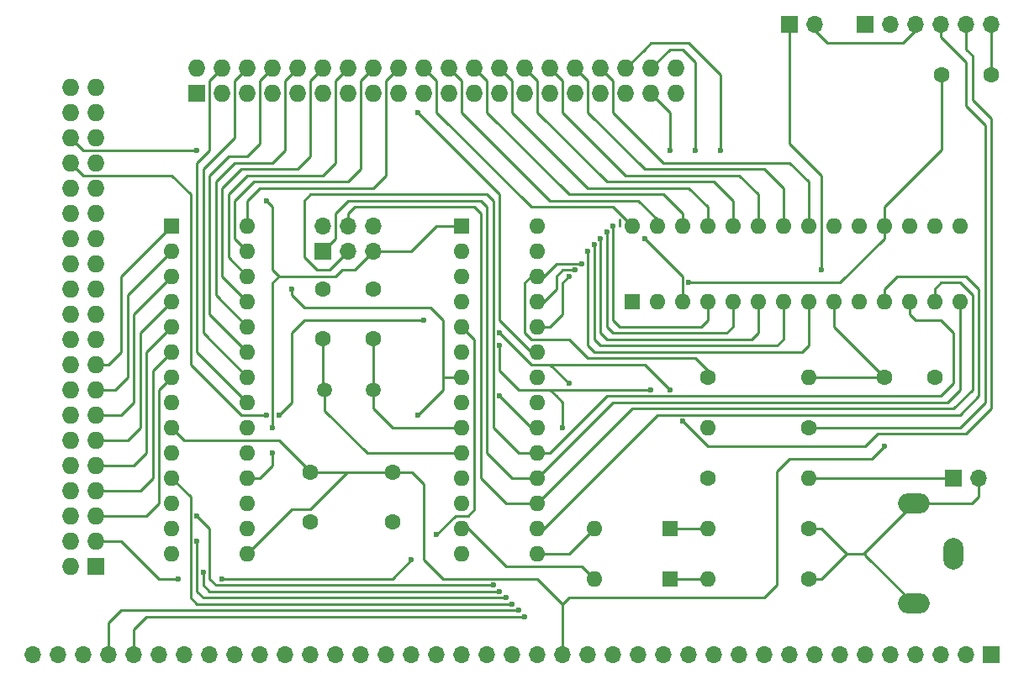
<source format=gtl>
G04 #@! TF.FileFunction,Copper,L1,Top,Signal*
%FSLAX46Y46*%
G04 Gerber Fmt 4.6, Leading zero omitted, Abs format (unit mm)*
G04 Created by KiCad (PCBNEW 4.0.6) date 06/11/17 19:20:34*
%MOMM*%
%LPD*%
G01*
G04 APERTURE LIST*
%ADD10C,0.100000*%
%ADD11R,1.600000X1.600000*%
%ADD12O,1.600000X1.600000*%
%ADD13C,1.600000*%
%ADD14R,1.700000X1.700000*%
%ADD15O,1.700000X1.700000*%
%ADD16R,1.727200X1.727200*%
%ADD17O,1.727200X1.727200*%
%ADD18O,3.197860X1.998980*%
%ADD19O,1.998980X3.197860*%
%ADD20C,1.500000*%
%ADD21C,0.600000*%
%ADD22C,0.250000*%
G04 APERTURE END LIST*
D10*
D11*
X160655000Y-102870000D03*
D12*
X168275000Y-135890000D03*
X160655000Y-105410000D03*
X168275000Y-133350000D03*
X160655000Y-107950000D03*
X168275000Y-130810000D03*
X160655000Y-110490000D03*
X168275000Y-128270000D03*
X160655000Y-113030000D03*
X168275000Y-125730000D03*
X160655000Y-115570000D03*
X168275000Y-123190000D03*
X160655000Y-118110000D03*
X168275000Y-120650000D03*
X160655000Y-120650000D03*
X168275000Y-118110000D03*
X160655000Y-123190000D03*
X168275000Y-115570000D03*
X160655000Y-125730000D03*
X168275000Y-113030000D03*
X160655000Y-128270000D03*
X168275000Y-110490000D03*
X160655000Y-130810000D03*
X168275000Y-107950000D03*
X160655000Y-133350000D03*
X168275000Y-105410000D03*
X160655000Y-135890000D03*
X168275000Y-102870000D03*
D13*
X153670000Y-132715000D03*
X153670000Y-127715000D03*
X213995000Y-87630000D03*
X208995000Y-87630000D03*
X151765000Y-109220000D03*
X151765000Y-114220000D03*
X146685000Y-109220000D03*
X146685000Y-114220000D03*
D11*
X181610000Y-133350000D03*
D12*
X173990000Y-133350000D03*
D11*
X181610000Y-138430000D03*
D12*
X173990000Y-138430000D03*
D14*
X213995000Y-146050000D03*
D15*
X211455000Y-146050000D03*
X208915000Y-146050000D03*
X206375000Y-146050000D03*
X203835000Y-146050000D03*
X201295000Y-146050000D03*
X198755000Y-146050000D03*
X196215000Y-146050000D03*
X193675000Y-146050000D03*
X191135000Y-146050000D03*
X188595000Y-146050000D03*
X186055000Y-146050000D03*
X183515000Y-146050000D03*
X180975000Y-146050000D03*
X178435000Y-146050000D03*
X175895000Y-146050000D03*
X173355000Y-146050000D03*
X170815000Y-146050000D03*
X168275000Y-146050000D03*
X165735000Y-146050000D03*
X163195000Y-146050000D03*
X160655000Y-146050000D03*
X158115000Y-146050000D03*
X155575000Y-146050000D03*
X153035000Y-146050000D03*
X150495000Y-146050000D03*
X147955000Y-146050000D03*
X145415000Y-146050000D03*
X142875000Y-146050000D03*
X140335000Y-146050000D03*
X137795000Y-146050000D03*
X135255000Y-146050000D03*
X132715000Y-146050000D03*
X130175000Y-146050000D03*
X127635000Y-146050000D03*
X125095000Y-146050000D03*
X122555000Y-146050000D03*
X120015000Y-146050000D03*
X117475000Y-146050000D03*
D16*
X123825000Y-137160000D03*
D17*
X121285000Y-137160000D03*
X123825000Y-134620000D03*
X121285000Y-134620000D03*
X123825000Y-132080000D03*
X121285000Y-132080000D03*
X123825000Y-129540000D03*
X121285000Y-129540000D03*
X123825000Y-127000000D03*
X121285000Y-127000000D03*
X123825000Y-124460000D03*
X121285000Y-124460000D03*
X123825000Y-121920000D03*
X121285000Y-121920000D03*
X123825000Y-119380000D03*
X121285000Y-119380000D03*
X123825000Y-116840000D03*
X121285000Y-116840000D03*
X123825000Y-114300000D03*
X121285000Y-114300000D03*
X123825000Y-111760000D03*
X121285000Y-111760000D03*
X123825000Y-109220000D03*
X121285000Y-109220000D03*
X123825000Y-106680000D03*
X121285000Y-106680000D03*
X123825000Y-104140000D03*
X121285000Y-104140000D03*
X123825000Y-101600000D03*
X121285000Y-101600000D03*
X123825000Y-99060000D03*
X121285000Y-99060000D03*
X123825000Y-96520000D03*
X121285000Y-96520000D03*
X123825000Y-93980000D03*
X121285000Y-93980000D03*
X123825000Y-91440000D03*
X121285000Y-91440000D03*
X123825000Y-88900000D03*
X121285000Y-88900000D03*
D18*
X206187040Y-130835400D03*
D19*
X210185000Y-135890000D03*
D18*
X206187040Y-140944600D03*
D14*
X201295000Y-82550000D03*
D15*
X203835000Y-82550000D03*
X206375000Y-82550000D03*
X208915000Y-82550000D03*
X211455000Y-82550000D03*
X213995000Y-82550000D03*
D14*
X146685000Y-105410000D03*
D15*
X146685000Y-102870000D03*
X149225000Y-105410000D03*
X149225000Y-102870000D03*
X151765000Y-105410000D03*
X151765000Y-102870000D03*
D14*
X193675000Y-82550000D03*
D15*
X196215000Y-82550000D03*
D13*
X195580000Y-133350000D03*
D12*
X185420000Y-133350000D03*
D13*
X195580000Y-138430000D03*
D12*
X185420000Y-138430000D03*
D13*
X185420000Y-128270000D03*
D12*
X195580000Y-128270000D03*
D13*
X195580000Y-123190000D03*
D12*
X185420000Y-123190000D03*
D20*
X151765000Y-119380000D03*
X146885000Y-119380000D03*
D14*
X210185000Y-128270000D03*
D15*
X212725000Y-128270000D03*
D16*
X133985000Y-89535000D03*
D17*
X133985000Y-86995000D03*
X136525000Y-89535000D03*
X136525000Y-86995000D03*
X139065000Y-89535000D03*
X139065000Y-86995000D03*
X141605000Y-89535000D03*
X141605000Y-86995000D03*
X144145000Y-89535000D03*
X144145000Y-86995000D03*
X146685000Y-89535000D03*
X146685000Y-86995000D03*
X149225000Y-89535000D03*
X149225000Y-86995000D03*
X151765000Y-89535000D03*
X151765000Y-86995000D03*
X154305000Y-89535000D03*
X154305000Y-86995000D03*
X156845000Y-89535000D03*
X156845000Y-86995000D03*
X159385000Y-89535000D03*
X159385000Y-86995000D03*
X161925000Y-89535000D03*
X161925000Y-86995000D03*
X164465000Y-89535000D03*
X164465000Y-86995000D03*
X167005000Y-89535000D03*
X167005000Y-86995000D03*
X169545000Y-89535000D03*
X169545000Y-86995000D03*
X172085000Y-89535000D03*
X172085000Y-86995000D03*
X174625000Y-89535000D03*
X174625000Y-86995000D03*
X177165000Y-89535000D03*
X177165000Y-86995000D03*
X179705000Y-89535000D03*
X179705000Y-86995000D03*
X182245000Y-89535000D03*
X182245000Y-86995000D03*
D13*
X185420000Y-118110000D03*
D12*
X195580000Y-118110000D03*
D11*
X177800000Y-110490000D03*
D12*
X210820000Y-102870000D03*
X180340000Y-110490000D03*
X208280000Y-102870000D03*
X182880000Y-110490000D03*
X205740000Y-102870000D03*
X185420000Y-110490000D03*
X203200000Y-102870000D03*
X187960000Y-110490000D03*
X200660000Y-102870000D03*
X190500000Y-110490000D03*
X198120000Y-102870000D03*
X193040000Y-110490000D03*
X195580000Y-102870000D03*
X195580000Y-110490000D03*
X193040000Y-102870000D03*
X198120000Y-110490000D03*
X190500000Y-102870000D03*
X200660000Y-110490000D03*
X187960000Y-102870000D03*
X203200000Y-110490000D03*
X185420000Y-102870000D03*
X205740000Y-110490000D03*
X182880000Y-102870000D03*
X208280000Y-110490000D03*
X180340000Y-102870000D03*
X210820000Y-110490000D03*
X177800000Y-102870000D03*
D11*
X131445000Y-102870000D03*
D12*
X139065000Y-135890000D03*
X131445000Y-105410000D03*
X139065000Y-133350000D03*
X131445000Y-107950000D03*
X139065000Y-130810000D03*
X131445000Y-110490000D03*
X139065000Y-128270000D03*
X131445000Y-113030000D03*
X139065000Y-125730000D03*
X131445000Y-115570000D03*
X139065000Y-123190000D03*
X131445000Y-118110000D03*
X139065000Y-120650000D03*
X131445000Y-120650000D03*
X139065000Y-118110000D03*
X131445000Y-123190000D03*
X139065000Y-115570000D03*
X131445000Y-125730000D03*
X139065000Y-113030000D03*
X131445000Y-128270000D03*
X139065000Y-110490000D03*
X131445000Y-130810000D03*
X139065000Y-107950000D03*
X131445000Y-133350000D03*
X139065000Y-105410000D03*
X131445000Y-135890000D03*
X139065000Y-102870000D03*
D13*
X145415000Y-132715000D03*
X145415000Y-127715000D03*
X208280000Y-118110000D03*
X203280000Y-118110000D03*
D21*
X143510000Y-109220000D03*
X164465000Y-120015000D03*
X203200000Y-125095000D03*
X196850000Y-107315000D03*
X156210000Y-121920000D03*
X171450000Y-118745000D03*
X167005000Y-142240000D03*
X181610000Y-119380000D03*
X164465000Y-113665000D03*
X132080000Y-138430000D03*
X136525000Y-138430000D03*
X155575000Y-136525000D03*
X158115000Y-133985000D03*
X140970000Y-121920000D03*
X142240000Y-121920000D03*
X156845000Y-112395000D03*
X140970000Y-100330000D03*
X133985000Y-95250000D03*
X141605000Y-125730000D03*
X141605000Y-123190000D03*
X183515000Y-108585000D03*
X166370000Y-141605000D03*
X170815000Y-123190000D03*
X182880000Y-122555000D03*
X179705000Y-119380000D03*
X164465000Y-114935000D03*
X164465000Y-139700000D03*
X134620000Y-137795000D03*
X163830000Y-139065000D03*
X133985000Y-132080000D03*
X165100000Y-140335000D03*
X133985000Y-134620000D03*
X156210000Y-91440000D03*
X186690000Y-95250000D03*
X171450000Y-107950000D03*
X172720000Y-106680000D03*
X181610000Y-95250000D03*
X184150000Y-95250000D03*
X172085000Y-107315000D03*
X173355000Y-105410000D03*
X173990000Y-104775000D03*
X174625000Y-104140000D03*
X175260000Y-103505000D03*
X175895000Y-102870000D03*
X179070000Y-104140000D03*
X165735000Y-140970000D03*
D22*
X176530000Y-102235000D02*
X176530000Y-102870000D01*
X143510000Y-109855000D02*
X144780000Y-111125000D01*
X158750000Y-112395000D02*
X158750000Y-113030000D01*
X157480000Y-111125000D02*
X158750000Y-112395000D01*
X144780000Y-111125000D02*
X157480000Y-111125000D01*
X158750000Y-113030000D02*
X158750000Y-116840000D01*
X158750000Y-116840000D02*
X158750000Y-118110000D01*
X143510000Y-109220000D02*
X143510000Y-109855000D01*
X149225000Y-127715000D02*
X149145000Y-127715000D01*
X143510000Y-131445000D02*
X139065000Y-135890000D01*
X145415000Y-131445000D02*
X143510000Y-131445000D01*
X149145000Y-127715000D02*
X145415000Y-131445000D01*
X168275000Y-123190000D02*
X167640000Y-123190000D01*
X167640000Y-123190000D02*
X164465000Y-120015000D01*
X192405000Y-127635000D02*
X193675000Y-126365000D01*
X192405000Y-128905000D02*
X192405000Y-128270000D01*
X170815000Y-140970000D02*
X171450000Y-140335000D01*
X192405000Y-139065000D02*
X192405000Y-128905000D01*
X191135000Y-140335000D02*
X192405000Y-139065000D01*
X189230000Y-140335000D02*
X191135000Y-140335000D01*
X171450000Y-140335000D02*
X189230000Y-140335000D01*
X192405000Y-128270000D02*
X192405000Y-127635000D01*
X201930000Y-126365000D02*
X203200000Y-125095000D01*
X193675000Y-126365000D02*
X201930000Y-126365000D01*
X193675000Y-82550000D02*
X193675000Y-94615000D01*
X196850000Y-97790000D02*
X196850000Y-107315000D01*
X193675000Y-94615000D02*
X196850000Y-97790000D01*
X203280000Y-118110000D02*
X195580000Y-118110000D01*
X203280000Y-118110000D02*
X203200000Y-118110000D01*
X203200000Y-118110000D02*
X198120000Y-113030000D01*
X198120000Y-113030000D02*
X198120000Y-110490000D01*
X145415000Y-127715000D02*
X145415000Y-127635000D01*
X145415000Y-127635000D02*
X142240000Y-124460000D01*
X132715000Y-124460000D02*
X131445000Y-123190000D01*
X142240000Y-124460000D02*
X132715000Y-124460000D01*
X153670000Y-127715000D02*
X149225000Y-127715000D01*
X149225000Y-127715000D02*
X145415000Y-127715000D01*
X170815000Y-146050000D02*
X170815000Y-140970000D01*
X155655000Y-127715000D02*
X153670000Y-127715000D01*
X156845000Y-128905000D02*
X155655000Y-127715000D01*
X156845000Y-136525000D02*
X156845000Y-128905000D01*
X158750000Y-138430000D02*
X156845000Y-136525000D01*
X168275000Y-138430000D02*
X158750000Y-138430000D01*
X170815000Y-140970000D02*
X168275000Y-138430000D01*
X160655000Y-118110000D02*
X158750000Y-118110000D01*
X158750000Y-119380000D02*
X158750000Y-118110000D01*
X156210000Y-121920000D02*
X158750000Y-119380000D01*
X168355000Y-123270000D02*
X168275000Y-123190000D01*
X213995000Y-82550000D02*
X213995000Y-87630000D01*
X151765000Y-114220000D02*
X151765000Y-119380000D01*
X160655000Y-123190000D02*
X153670000Y-123190000D01*
X151765000Y-121285000D02*
X151765000Y-119380000D01*
X153670000Y-123190000D02*
X151765000Y-121285000D01*
X146685000Y-114220000D02*
X146685000Y-119180000D01*
X146685000Y-119180000D02*
X146885000Y-119380000D01*
X160655000Y-125730000D02*
X151130000Y-125730000D01*
X146885000Y-121485000D02*
X146885000Y-119380000D01*
X151130000Y-125730000D02*
X146885000Y-121485000D01*
X181610000Y-133350000D02*
X185420000Y-133350000D01*
X168275000Y-135890000D02*
X171450000Y-135890000D01*
X171450000Y-135890000D02*
X173990000Y-133350000D01*
X181610000Y-138430000D02*
X185420000Y-138430000D01*
X160655000Y-133350000D02*
X161290000Y-133350000D01*
X161290000Y-133350000D02*
X165100000Y-137160000D01*
X165100000Y-137160000D02*
X172720000Y-137160000D01*
X172720000Y-137160000D02*
X173990000Y-138430000D01*
X127635000Y-146050000D02*
X127635000Y-143510000D01*
X171450000Y-118745000D02*
X169545000Y-116840000D01*
X128905000Y-142240000D02*
X167005000Y-142240000D01*
X127635000Y-143510000D02*
X128905000Y-142240000D01*
X175895000Y-116840000D02*
X175260000Y-116840000D01*
X179070000Y-116840000D02*
X181610000Y-119380000D01*
X167640000Y-116840000D02*
X169545000Y-116840000D01*
X169545000Y-116840000D02*
X175895000Y-116840000D01*
X175895000Y-116840000D02*
X179070000Y-116840000D01*
X164465000Y-113665000D02*
X167640000Y-116840000D01*
X160655000Y-113030000D02*
X161925000Y-114300000D01*
X126365000Y-134620000D02*
X123825000Y-134620000D01*
X130175000Y-138430000D02*
X126365000Y-134620000D01*
X132080000Y-138430000D02*
X130175000Y-138430000D01*
X153670000Y-138430000D02*
X136525000Y-138430000D01*
X155575000Y-136525000D02*
X153670000Y-138430000D01*
X160020000Y-132080000D02*
X158115000Y-133985000D01*
X161290000Y-132080000D02*
X160020000Y-132080000D01*
X161925000Y-131445000D02*
X161290000Y-132080000D01*
X161925000Y-114300000D02*
X161925000Y-131445000D01*
X122555000Y-97790000D02*
X131445000Y-97790000D01*
X131445000Y-97790000D02*
X133350000Y-99695000D01*
X133350000Y-99695000D02*
X133350000Y-116840000D01*
X133350000Y-116840000D02*
X138430000Y-121920000D01*
X138430000Y-121920000D02*
X140970000Y-121920000D01*
X142240000Y-121920000D02*
X143510000Y-120650000D01*
X143510000Y-120650000D02*
X143510000Y-114300000D01*
X122555000Y-97790000D02*
X121285000Y-96520000D01*
X143510000Y-113665000D02*
X144780000Y-112395000D01*
X144780000Y-112395000D02*
X153670000Y-112395000D01*
X143510000Y-114300000D02*
X143510000Y-113665000D01*
X156845000Y-112395000D02*
X153670000Y-112395000D01*
X204470000Y-84455000D02*
X205105000Y-84455000D01*
X204470000Y-84455000D02*
X197485000Y-84455000D01*
X196215000Y-83185000D02*
X197485000Y-84455000D01*
X205105000Y-84455000D02*
X206375000Y-83185000D01*
X206375000Y-83185000D02*
X206375000Y-82550000D01*
X196215000Y-83185000D02*
X196215000Y-82550000D01*
X210185000Y-128270000D02*
X195580000Y-128270000D01*
X206187040Y-130835400D02*
X212064600Y-130835400D01*
X212725000Y-130175000D02*
X212725000Y-128270000D01*
X212064600Y-130835400D02*
X212725000Y-130175000D01*
X197485000Y-133985000D02*
X196850000Y-133350000D01*
X199390000Y-135890000D02*
X197485000Y-133985000D01*
X196850000Y-133350000D02*
X195580000Y-133350000D01*
X195580000Y-138430000D02*
X196850000Y-138430000D01*
X196850000Y-138430000D02*
X199390000Y-135890000D01*
X201295000Y-135727440D02*
X201295000Y-136052560D01*
X201295000Y-136052560D02*
X206187040Y-140944600D01*
X199390000Y-135890000D02*
X201132440Y-135890000D01*
X201132440Y-135890000D02*
X201295000Y-135727440D01*
X201295000Y-135727440D02*
X206187040Y-130835400D01*
X208915000Y-82550000D02*
X208915000Y-83820000D01*
X211455000Y-90805000D02*
X213360000Y-92710000D01*
X211455000Y-86360000D02*
X211455000Y-90805000D01*
X208915000Y-83820000D02*
X211455000Y-86360000D01*
X195580000Y-123190000D02*
X210820000Y-123190000D01*
X213360000Y-120650000D02*
X213360000Y-92710000D01*
X210820000Y-123190000D02*
X213360000Y-120650000D01*
X121285000Y-93980000D02*
X122555000Y-95250000D01*
X141605000Y-107315000D02*
X142240000Y-107950000D01*
X141605000Y-100965000D02*
X141605000Y-107315000D01*
X140970000Y-100330000D02*
X141605000Y-100965000D01*
X122555000Y-95250000D02*
X133985000Y-95250000D01*
X151765000Y-105410000D02*
X149860000Y-107315000D01*
X140335000Y-128270000D02*
X139065000Y-128270000D01*
X141605000Y-127000000D02*
X140335000Y-128270000D01*
X141605000Y-125730000D02*
X141605000Y-127000000D01*
X141605000Y-108585000D02*
X141605000Y-123190000D01*
X142240000Y-107950000D02*
X141605000Y-108585000D01*
X147955000Y-107950000D02*
X142240000Y-107950000D01*
X148590000Y-107315000D02*
X147955000Y-107950000D01*
X149860000Y-107315000D02*
X148590000Y-107315000D01*
X203200000Y-102870000D02*
X203200000Y-104140000D01*
X198755000Y-108585000D02*
X183515000Y-108585000D01*
X203200000Y-104140000D02*
X198755000Y-108585000D01*
X208995000Y-87630000D02*
X208995000Y-95170000D01*
X203200000Y-100965000D02*
X203200000Y-102870000D01*
X208995000Y-95170000D02*
X203200000Y-100965000D01*
X151765000Y-105410000D02*
X155575000Y-105410000D01*
X155575000Y-105410000D02*
X158115000Y-102870000D01*
X158115000Y-102870000D02*
X160655000Y-102870000D01*
X166370000Y-141605000D02*
X126365000Y-141605000D01*
X169545000Y-119380000D02*
X170180000Y-120015000D01*
X170815000Y-120650000D02*
X170815000Y-123190000D01*
X170815000Y-120650000D02*
X170180000Y-120015000D01*
X125095000Y-142875000D02*
X125095000Y-146050000D01*
X126365000Y-141605000D02*
X125095000Y-142875000D01*
X211455000Y-82550000D02*
X211455000Y-85090000D01*
X212090000Y-90170000D02*
X213995000Y-92075000D01*
X212090000Y-85725000D02*
X212090000Y-90170000D01*
X211455000Y-85090000D02*
X212090000Y-85725000D01*
X213995000Y-121285000D02*
X213995000Y-92075000D01*
X211455000Y-123825000D02*
X213995000Y-121285000D01*
X202565000Y-123825000D02*
X211455000Y-123825000D01*
X201295000Y-125095000D02*
X202565000Y-123825000D01*
X185420000Y-125095000D02*
X201295000Y-125095000D01*
X182880000Y-122555000D02*
X185420000Y-125095000D01*
X179520002Y-119380000D02*
X179705000Y-119380000D01*
X166370000Y-119380000D02*
X169545000Y-119380000D01*
X169545000Y-119380000D02*
X172085000Y-119380000D01*
X172085000Y-119380000D02*
X179520002Y-119380000D01*
X164465000Y-117475000D02*
X166370000Y-119380000D01*
X164465000Y-114935000D02*
X164465000Y-117475000D01*
X164465000Y-139700000D02*
X135255000Y-139700000D01*
X134620000Y-139065000D02*
X134620000Y-137795000D01*
X135255000Y-139700000D02*
X134620000Y-139065000D01*
X163195000Y-124460000D02*
X163195000Y-125730000D01*
X146685000Y-105410000D02*
X147955000Y-104140000D01*
X147955000Y-101600000D02*
X147955000Y-104140000D01*
X149225000Y-100330000D02*
X147955000Y-101600000D01*
X162560000Y-100330000D02*
X149225000Y-100330000D01*
X163195000Y-100965000D02*
X162560000Y-100330000D01*
X163195000Y-100965000D02*
X163195000Y-124460000D01*
X165735000Y-128270000D02*
X168275000Y-128270000D01*
X163195000Y-125730000D02*
X165735000Y-128270000D01*
X210820000Y-110490000D02*
X210820000Y-119380000D01*
X175895000Y-120650000D02*
X201295000Y-120650000D01*
X175895000Y-120650000D02*
X168275000Y-128270000D01*
X209550000Y-120650000D02*
X201295000Y-120650000D01*
X210820000Y-119380000D02*
X209550000Y-120650000D01*
X163830000Y-139065000D02*
X135890000Y-139065000D01*
X135255000Y-133350000D02*
X133985000Y-132080000D01*
X135255000Y-138430000D02*
X135255000Y-133350000D01*
X135890000Y-139065000D02*
X135255000Y-138430000D01*
X164465000Y-123825000D02*
X166370000Y-125730000D01*
X163830000Y-100330000D02*
X163830000Y-123190000D01*
X163830000Y-123190000D02*
X164465000Y-123825000D01*
X146050000Y-107315000D02*
X147320000Y-107315000D01*
X144780000Y-106045000D02*
X146050000Y-107315000D01*
X144780000Y-100330000D02*
X144780000Y-106045000D01*
X145415000Y-99695000D02*
X144780000Y-100330000D01*
X163195000Y-99695000D02*
X145415000Y-99695000D01*
X149225000Y-105410000D02*
X147320000Y-107315000D01*
X163195000Y-99695000D02*
X163830000Y-100330000D01*
X166370000Y-125730000D02*
X168275000Y-125730000D01*
X201295000Y-120015000D02*
X208915000Y-120015000D01*
X169545000Y-125730000D02*
X175260000Y-120015000D01*
X175260000Y-120015000D02*
X201295000Y-120015000D01*
X168275000Y-125730000D02*
X169545000Y-125730000D01*
X205740000Y-111760000D02*
X205740000Y-110490000D01*
X206375000Y-112395000D02*
X205740000Y-111760000D01*
X208915000Y-112395000D02*
X206375000Y-112395000D01*
X210185000Y-113665000D02*
X208915000Y-112395000D01*
X210185000Y-118745000D02*
X210185000Y-113665000D01*
X208915000Y-120015000D02*
X210185000Y-118745000D01*
X205740000Y-111125000D02*
X205740000Y-110490000D01*
X165100000Y-140335000D02*
X134620000Y-140335000D01*
X133985000Y-139700000D02*
X133985000Y-134620000D01*
X134620000Y-140335000D02*
X133985000Y-139700000D01*
X168275000Y-130810000D02*
X177800000Y-121285000D01*
X162560000Y-125730000D02*
X162560000Y-128270000D01*
X162560000Y-125730000D02*
X162560000Y-101600000D01*
X149225000Y-102870000D02*
X149225000Y-101600000D01*
X161925000Y-100965000D02*
X162560000Y-101600000D01*
X149860000Y-100965000D02*
X161925000Y-100965000D01*
X149225000Y-101600000D02*
X149860000Y-100965000D01*
X165100000Y-130810000D02*
X168275000Y-130810000D01*
X162560000Y-128270000D02*
X165100000Y-130810000D01*
X201295000Y-121285000D02*
X210185000Y-121285000D01*
X177800000Y-121285000D02*
X201295000Y-121285000D01*
X208280000Y-109220000D02*
X208280000Y-110490000D01*
X208915000Y-108585000D02*
X208280000Y-109220000D01*
X210820000Y-108585000D02*
X208915000Y-108585000D01*
X212090000Y-109855000D02*
X210820000Y-108585000D01*
X212090000Y-119380000D02*
X212090000Y-109855000D01*
X210185000Y-121285000D02*
X212090000Y-119380000D01*
X165100000Y-113030000D02*
X164465000Y-112395000D01*
X164465000Y-112395000D02*
X164465000Y-99695000D01*
X168275000Y-115570000D02*
X167640000Y-115570000D01*
X167640000Y-115570000D02*
X165100000Y-113030000D01*
X164465000Y-99695000D02*
X156210000Y-91440000D01*
X179070000Y-85090000D02*
X179705000Y-84455000D01*
X179705000Y-84455000D02*
X183515000Y-84455000D01*
X183515000Y-84455000D02*
X186690000Y-87630000D01*
X186690000Y-87630000D02*
X186690000Y-95250000D01*
X177165000Y-86995000D02*
X179070000Y-85090000D01*
X169545000Y-113030000D02*
X168275000Y-113030000D01*
X170815000Y-111760000D02*
X169545000Y-113030000D01*
X170815000Y-109220000D02*
X170815000Y-111760000D01*
X170815000Y-108585000D02*
X170815000Y-109220000D01*
X171450000Y-107950000D02*
X170815000Y-108585000D01*
X179705000Y-89535000D02*
X180975000Y-90805000D01*
X172720000Y-106680000D02*
X170180000Y-106680000D01*
X170180000Y-106680000D02*
X168910000Y-107950000D01*
X181610000Y-91440000D02*
X181610000Y-95250000D01*
X180975000Y-90805000D02*
X181610000Y-91440000D01*
X168275000Y-107950000D02*
X167640000Y-107950000D01*
X167640000Y-107950000D02*
X167005000Y-108585000D01*
X184150000Y-116205000D02*
X185420000Y-117475000D01*
X173355000Y-116205000D02*
X184150000Y-116205000D01*
X171450000Y-114300000D02*
X173355000Y-116205000D01*
X167640000Y-114300000D02*
X171450000Y-114300000D01*
X167005000Y-113665000D02*
X167640000Y-114300000D01*
X167005000Y-108585000D02*
X167005000Y-113665000D01*
X185420000Y-117475000D02*
X185420000Y-118110000D01*
X168275000Y-107950000D02*
X168910000Y-107950000D01*
X168275000Y-110490000D02*
X168910000Y-110490000D01*
X168910000Y-110490000D02*
X170180000Y-109220000D01*
X170180000Y-109220000D02*
X170180000Y-108585000D01*
X181610000Y-85090000D02*
X182880000Y-85090000D01*
X182880000Y-85090000D02*
X184150000Y-86360000D01*
X184150000Y-86360000D02*
X184150000Y-90170000D01*
X184150000Y-90170000D02*
X184150000Y-95250000D01*
X179705000Y-86995000D02*
X181610000Y-85090000D01*
X170180000Y-107950000D02*
X170180000Y-108585000D01*
X170815000Y-107315000D02*
X170180000Y-107950000D01*
X172085000Y-107315000D02*
X170815000Y-107315000D01*
X123825000Y-132080000D02*
X128905000Y-132080000D01*
X130175000Y-119380000D02*
X131445000Y-118110000D01*
X130175000Y-130810000D02*
X130175000Y-119380000D01*
X128905000Y-132080000D02*
X130175000Y-130810000D01*
X129540000Y-117475000D02*
X131445000Y-115570000D01*
X123825000Y-129540000D02*
X128270000Y-129540000D01*
X129540000Y-128270000D02*
X129540000Y-117475000D01*
X128270000Y-129540000D02*
X129540000Y-128270000D01*
X128905000Y-115570000D02*
X131445000Y-113030000D01*
X123825000Y-127000000D02*
X127635000Y-127000000D01*
X128905000Y-125730000D02*
X128905000Y-115570000D01*
X127635000Y-127000000D02*
X128905000Y-125730000D01*
X128270000Y-113665000D02*
X131445000Y-110490000D01*
X123825000Y-124460000D02*
X127000000Y-124460000D01*
X128270000Y-123190000D02*
X128270000Y-113665000D01*
X127000000Y-124460000D02*
X128270000Y-123190000D01*
X123825000Y-121920000D02*
X126365000Y-121920000D01*
X127635000Y-111760000D02*
X131445000Y-107950000D01*
X127635000Y-120650000D02*
X127635000Y-111760000D01*
X126365000Y-121920000D02*
X127635000Y-120650000D01*
X123825000Y-121920000D02*
X124460000Y-121920000D01*
X123825000Y-119380000D02*
X125730000Y-119380000D01*
X127000000Y-109855000D02*
X131445000Y-105410000D01*
X127000000Y-118110000D02*
X127000000Y-109855000D01*
X125730000Y-119380000D02*
X127000000Y-118110000D01*
X123825000Y-119380000D02*
X124460000Y-119380000D01*
X126365000Y-107950000D02*
X131445000Y-102870000D01*
X123825000Y-116840000D02*
X125095000Y-116840000D01*
X126365000Y-115570000D02*
X126365000Y-107950000D01*
X125095000Y-116840000D02*
X126365000Y-115570000D01*
X136525000Y-86995000D02*
X135255000Y-88265000D01*
X133985000Y-115570000D02*
X139065000Y-120650000D01*
X133985000Y-96520000D02*
X133985000Y-115570000D01*
X135255000Y-95250000D02*
X133985000Y-96520000D01*
X135255000Y-88265000D02*
X135255000Y-95250000D01*
X139065000Y-86995000D02*
X137795000Y-88265000D01*
X134620000Y-113665000D02*
X139065000Y-118110000D01*
X134620000Y-97155000D02*
X134620000Y-113665000D01*
X137795000Y-93980000D02*
X134620000Y-97155000D01*
X137795000Y-88265000D02*
X137795000Y-93980000D01*
X141605000Y-86995000D02*
X140335000Y-88265000D01*
X135255000Y-111760000D02*
X139065000Y-115570000D01*
X135255000Y-97790000D02*
X135255000Y-111760000D01*
X137160000Y-95885000D02*
X135255000Y-97790000D01*
X139065000Y-95885000D02*
X137160000Y-95885000D01*
X140335000Y-94615000D02*
X139065000Y-95885000D01*
X140335000Y-88265000D02*
X140335000Y-94615000D01*
X144145000Y-86995000D02*
X142875000Y-88265000D01*
X135890000Y-109855000D02*
X139065000Y-113030000D01*
X135890000Y-98425000D02*
X135890000Y-109855000D01*
X137795000Y-96520000D02*
X135890000Y-98425000D01*
X141605000Y-96520000D02*
X137795000Y-96520000D01*
X142875000Y-95250000D02*
X141605000Y-96520000D01*
X142875000Y-88265000D02*
X142875000Y-95250000D01*
X146685000Y-86995000D02*
X145415000Y-88265000D01*
X136525000Y-107950000D02*
X139065000Y-110490000D01*
X136525000Y-99060000D02*
X136525000Y-107950000D01*
X138430000Y-97155000D02*
X136525000Y-99060000D01*
X144145000Y-97155000D02*
X138430000Y-97155000D01*
X145415000Y-95885000D02*
X144145000Y-97155000D01*
X145415000Y-88265000D02*
X145415000Y-95885000D01*
X149225000Y-86995000D02*
X147955000Y-88265000D01*
X137160000Y-106045000D02*
X139065000Y-107950000D01*
X137160000Y-99695000D02*
X137160000Y-106045000D01*
X139065000Y-97790000D02*
X137160000Y-99695000D01*
X146685000Y-97790000D02*
X139065000Y-97790000D01*
X147955000Y-96520000D02*
X146685000Y-97790000D01*
X147955000Y-88265000D02*
X147955000Y-96520000D01*
X151765000Y-86995000D02*
X150495000Y-88265000D01*
X137795000Y-104140000D02*
X139065000Y-105410000D01*
X137795000Y-100330000D02*
X137795000Y-104140000D01*
X139700000Y-98425000D02*
X137795000Y-100330000D01*
X149225000Y-98425000D02*
X139700000Y-98425000D01*
X150495000Y-97155000D02*
X149225000Y-98425000D01*
X150495000Y-88265000D02*
X150495000Y-97155000D01*
X154305000Y-86995000D02*
X153035000Y-88265000D01*
X139065000Y-100330000D02*
X139065000Y-102870000D01*
X140335000Y-99060000D02*
X139065000Y-100330000D01*
X151765000Y-99060000D02*
X140335000Y-99060000D01*
X153035000Y-97790000D02*
X151765000Y-99060000D01*
X153035000Y-88265000D02*
X153035000Y-97790000D01*
X173355000Y-105410000D02*
X173355000Y-114935000D01*
X195580000Y-114935000D02*
X195580000Y-110490000D01*
X194945000Y-115570000D02*
X195580000Y-114935000D01*
X173990000Y-115570000D02*
X194945000Y-115570000D01*
X173355000Y-114935000D02*
X173990000Y-115570000D01*
X177800000Y-102870000D02*
X175895000Y-100965000D01*
X158115000Y-88265000D02*
X158115000Y-91440000D01*
X158115000Y-91440000D02*
X167640000Y-100965000D01*
X158115000Y-88265000D02*
X156845000Y-86995000D01*
X175895000Y-100965000D02*
X167640000Y-100965000D01*
X173990000Y-104775000D02*
X173990000Y-114300000D01*
X193040000Y-114300000D02*
X193040000Y-110490000D01*
X192405000Y-114935000D02*
X193040000Y-114300000D01*
X174625000Y-114935000D02*
X192405000Y-114935000D01*
X173990000Y-114300000D02*
X174625000Y-114935000D01*
X170180000Y-100330000D02*
X169545000Y-100330000D01*
X160655000Y-88265000D02*
X160655000Y-91440000D01*
X159385000Y-86995000D02*
X160655000Y-88265000D01*
X178435000Y-100330000D02*
X170180000Y-100330000D01*
X178435000Y-100330000D02*
X180340000Y-102235000D01*
X169545000Y-100330000D02*
X160655000Y-91440000D01*
X180340000Y-102870000D02*
X180340000Y-102235000D01*
X174625000Y-104140000D02*
X174625000Y-113665000D01*
X190500000Y-113665000D02*
X190500000Y-110490000D01*
X189865000Y-114300000D02*
X190500000Y-113665000D01*
X175260000Y-114300000D02*
X189865000Y-114300000D01*
X174625000Y-113665000D02*
X175260000Y-114300000D01*
X180340000Y-99695000D02*
X180975000Y-99695000D01*
X182880000Y-101600000D02*
X182880000Y-102870000D01*
X180975000Y-99695000D02*
X182880000Y-101600000D01*
X163195000Y-91440000D02*
X171450000Y-99695000D01*
X161925000Y-86995000D02*
X163195000Y-88265000D01*
X179705000Y-99695000D02*
X180340000Y-99695000D01*
X179070000Y-99695000D02*
X179705000Y-99695000D01*
X171450000Y-99695000D02*
X179070000Y-99695000D01*
X163195000Y-88265000D02*
X163195000Y-91440000D01*
X175260000Y-103505000D02*
X175260000Y-113030000D01*
X187960000Y-113030000D02*
X187960000Y-110490000D01*
X187325000Y-113665000D02*
X187960000Y-113030000D01*
X175895000Y-113665000D02*
X187325000Y-113665000D01*
X175260000Y-113030000D02*
X175895000Y-113665000D01*
X182880000Y-99060000D02*
X183515000Y-99060000D01*
X185420000Y-100965000D02*
X185420000Y-102870000D01*
X183515000Y-99060000D02*
X185420000Y-100965000D01*
X164465000Y-86995000D02*
X165735000Y-88265000D01*
X182245000Y-99060000D02*
X182880000Y-99060000D01*
X181610000Y-99060000D02*
X182245000Y-99060000D01*
X173355000Y-99060000D02*
X181610000Y-99060000D01*
X165735000Y-91440000D02*
X173355000Y-99060000D01*
X165735000Y-88265000D02*
X165735000Y-91440000D01*
X175895000Y-102870000D02*
X175895000Y-111760000D01*
X185420000Y-112395000D02*
X185420000Y-110490000D01*
X184785000Y-113030000D02*
X185420000Y-112395000D01*
X176530000Y-113030000D02*
X184785000Y-113030000D01*
X175895000Y-112395000D02*
X176530000Y-113030000D01*
X175895000Y-111760000D02*
X175895000Y-112395000D01*
X185420000Y-98425000D02*
X186055000Y-98425000D01*
X168275000Y-88265000D02*
X168275000Y-91440000D01*
X168275000Y-91440000D02*
X175260000Y-98425000D01*
X175260000Y-98425000D02*
X184150000Y-98425000D01*
X184150000Y-98425000D02*
X184785000Y-98425000D01*
X184785000Y-98425000D02*
X185420000Y-98425000D01*
X167005000Y-86995000D02*
X168275000Y-88265000D01*
X187960000Y-100330000D02*
X187960000Y-102870000D01*
X186055000Y-98425000D02*
X187960000Y-100330000D01*
X182880000Y-107950000D02*
X182880000Y-110490000D01*
X179070000Y-104140000D02*
X182880000Y-107950000D01*
X187960000Y-97790000D02*
X188595000Y-97790000D01*
X187960000Y-97790000D02*
X177165000Y-97790000D01*
X177165000Y-97790000D02*
X170815000Y-91440000D01*
X170815000Y-91440000D02*
X170815000Y-88265000D01*
X169545000Y-86995000D02*
X170815000Y-88265000D01*
X190500000Y-99695000D02*
X190500000Y-102870000D01*
X188595000Y-97790000D02*
X190500000Y-99695000D01*
X193040000Y-102870000D02*
X193040000Y-99060000D01*
X191135000Y-97155000D02*
X189865000Y-97155000D01*
X193040000Y-99060000D02*
X191135000Y-97155000D01*
X172085000Y-86995000D02*
X173355000Y-88265000D01*
X179070000Y-97155000D02*
X189865000Y-97155000D01*
X173355000Y-91440000D02*
X179070000Y-97155000D01*
X173355000Y-88265000D02*
X173355000Y-91440000D01*
X191770000Y-96520000D02*
X193675000Y-96520000D01*
X175895000Y-88265000D02*
X175895000Y-91440000D01*
X175895000Y-91440000D02*
X180975000Y-96520000D01*
X180975000Y-96520000D02*
X191770000Y-96520000D01*
X174625000Y-86995000D02*
X175895000Y-88265000D01*
X195580000Y-98425000D02*
X195580000Y-102870000D01*
X193675000Y-96520000D02*
X195580000Y-98425000D01*
X165735000Y-140970000D02*
X133985000Y-140970000D01*
X133350000Y-130175000D02*
X131445000Y-128270000D01*
X133350000Y-140335000D02*
X133350000Y-130175000D01*
X133985000Y-140970000D02*
X133350000Y-140335000D01*
X212725000Y-109855000D02*
X212725000Y-109220000D01*
X203200000Y-109220000D02*
X203200000Y-110490000D01*
X204470000Y-107950000D02*
X203200000Y-109220000D01*
X211455000Y-107950000D02*
X204470000Y-107950000D01*
X212725000Y-109220000D02*
X211455000Y-107950000D01*
X203200000Y-110490000D02*
X203200000Y-109855000D01*
X180340000Y-121920000D02*
X201295000Y-121920000D01*
X168910000Y-133350000D02*
X180340000Y-121920000D01*
X210820000Y-121920000D02*
X201295000Y-121920000D01*
X212725000Y-120015000D02*
X210820000Y-121920000D01*
X212725000Y-109855000D02*
X212725000Y-120015000D01*
X168275000Y-133350000D02*
X168910000Y-133350000D01*
M02*

</source>
